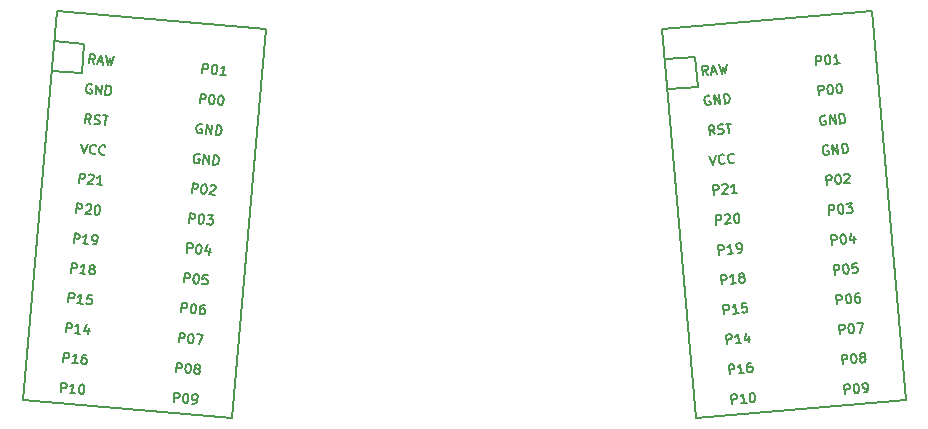
<source format=gbr>
%TF.GenerationSoftware,KiCad,Pcbnew,(5.1.9)-1*%
%TF.CreationDate,2021-06-30T20:34:52+02:00*%
%TF.ProjectId,dosidicus_gigas,646f7369-6469-4637-9573-5f6769676173,VERSION_HERE*%
%TF.SameCoordinates,Original*%
%TF.FileFunction,Legend,Top*%
%TF.FilePolarity,Positive*%
%FSLAX46Y46*%
G04 Gerber Fmt 4.6, Leading zero omitted, Abs format (unit mm)*
G04 Created by KiCad (PCBNEW (5.1.9)-1) date 2021-06-30 20:34:52*
%MOMM*%
%LPD*%
G01*
G04 APERTURE LIST*
%ADD10C,0.150000*%
G04 APERTURE END LIST*
D10*
%TO.C,C1*%
X97952458Y43469556D02*
X95074576Y10575207D01*
X95074576Y10575207D02*
X112786917Y9025578D01*
X112786917Y9025578D02*
X115664800Y41919927D01*
X115664800Y41919927D02*
X97952458Y43469556D01*
X100261417Y40717846D02*
X100040042Y38187512D01*
X100261417Y40717846D02*
X97731083Y40939222D01*
X100040042Y38187512D02*
X97509707Y38408887D01*
%TO.C,C2*%
X149211200Y41919927D02*
X152089083Y9025578D01*
X152089083Y9025578D02*
X169801424Y10575207D01*
X169801424Y10575207D02*
X166923542Y43469556D01*
X166923542Y43469556D02*
X149211200Y41919927D01*
X151962910Y39610968D02*
X152184286Y37080634D01*
X151962910Y39610968D02*
X149432576Y39389593D01*
X152184286Y37080634D02*
X149653951Y36859258D01*
%TO.C,C1*%
X101113009Y39005202D02*
X100880560Y39407946D01*
X100657606Y39045045D02*
X100727331Y39842000D01*
X101030933Y39815439D01*
X101103513Y39770848D01*
X101138143Y39729577D01*
X101169453Y39650357D01*
X101159493Y39536506D01*
X101114902Y39463926D01*
X101073631Y39429296D01*
X100994411Y39397986D01*
X100690808Y39424547D01*
X101436533Y39206342D02*
X101816036Y39173140D01*
X101340711Y38985281D02*
X101676088Y39758995D01*
X101872015Y38938798D01*
X102131491Y39719152D02*
X102251518Y38905596D01*
X102453122Y39461569D01*
X102555120Y38879034D01*
X102814596Y39659388D01*
X100901113Y37238854D02*
X100828533Y37283445D01*
X100714682Y37293405D01*
X100597511Y37265416D01*
X100514970Y37196156D01*
X100470380Y37123575D01*
X100419148Y36975094D01*
X100409188Y36861243D01*
X100433857Y36706122D01*
X100465167Y36626901D01*
X100534427Y36544360D01*
X100644958Y36496449D01*
X100720858Y36489809D01*
X100838029Y36517799D01*
X100879300Y36552429D01*
X100902541Y36818081D01*
X100750740Y36831362D01*
X101214212Y36446646D02*
X101283936Y37243602D01*
X101669615Y36406804D01*
X101739340Y37203759D01*
X102049118Y36373601D02*
X102118842Y37170557D01*
X102308594Y37153956D01*
X102419124Y37106045D01*
X102488384Y37023504D01*
X102519694Y36944283D01*
X102544364Y36789162D01*
X102534403Y36675311D01*
X102483172Y36526830D01*
X102438581Y36454250D01*
X102356040Y36384990D01*
X102238869Y36357000D01*
X102049118Y36373601D01*
X100784109Y33934572D02*
X100551660Y34337317D01*
X100328706Y33974415D02*
X100398431Y34771371D01*
X100702033Y34744809D01*
X100774613Y34700218D01*
X100809243Y34658948D01*
X100840553Y34579727D01*
X100830592Y34465876D01*
X100786002Y34393296D01*
X100744731Y34358666D01*
X100665510Y34327356D01*
X100361908Y34353918D01*
X101091032Y33945961D02*
X101201562Y33898050D01*
X101391314Y33881449D01*
X101470534Y33912759D01*
X101511805Y33947389D01*
X101556396Y34019969D01*
X101563036Y34095870D01*
X101531726Y34175090D01*
X101497096Y34216361D01*
X101424516Y34260952D01*
X101276035Y34312183D01*
X101203455Y34356774D01*
X101168825Y34398044D01*
X101137515Y34477265D01*
X101144155Y34553165D01*
X101188746Y34625746D01*
X101230016Y34660376D01*
X101309237Y34691686D01*
X101498989Y34675084D01*
X101609519Y34627174D01*
X101840541Y34645202D02*
X102295944Y34605360D01*
X101998518Y33828325D02*
X102068243Y34625281D01*
X100006278Y32255978D02*
X100202206Y31435780D01*
X100537582Y32209495D01*
X101195553Y31425355D02*
X101154283Y31390725D01*
X101037112Y31362736D01*
X100961211Y31369376D01*
X100850681Y31417287D01*
X100781420Y31499828D01*
X100750111Y31579049D01*
X100725441Y31734170D01*
X100735402Y31848021D01*
X100786633Y31996502D01*
X100831224Y32069082D01*
X100913765Y32138342D01*
X101030936Y32166332D01*
X101106836Y32159691D01*
X101217367Y32111781D01*
X101251997Y32070510D01*
X101992509Y31355631D02*
X101951238Y31321001D01*
X101834067Y31293011D01*
X101758167Y31299652D01*
X101647636Y31347562D01*
X101578376Y31430103D01*
X101547066Y31509324D01*
X101522397Y31664446D01*
X101532358Y31778296D01*
X101583589Y31926777D01*
X101628179Y31999358D01*
X101710720Y32068618D01*
X101827892Y32096607D01*
X101903792Y32089967D01*
X102014323Y32042056D01*
X102048953Y32000785D01*
X99810054Y28920386D02*
X99879779Y29717342D01*
X100183381Y29690780D01*
X100255962Y29646190D01*
X100290592Y29604919D01*
X100321901Y29525699D01*
X100311941Y29411848D01*
X100267350Y29339267D01*
X100226080Y29304637D01*
X100146859Y29273327D01*
X99843257Y29299889D01*
X100632144Y29575037D02*
X100673415Y29609667D01*
X100752635Y29640977D01*
X100942387Y29624376D01*
X101014967Y29579785D01*
X101049597Y29538515D01*
X101080907Y29459294D01*
X101074266Y29383394D01*
X101026356Y29272863D01*
X100531110Y28857302D01*
X101024463Y28814139D01*
X101783469Y28747735D02*
X101328065Y28787578D01*
X101555767Y28767656D02*
X101625492Y29564612D01*
X101539630Y29457402D01*
X101457089Y29388142D01*
X101377869Y29356832D01*
X99588678Y26390052D02*
X99658403Y27187008D01*
X99962005Y27160446D01*
X100034586Y27115856D01*
X100069216Y27074585D01*
X100100525Y26995365D01*
X100090565Y26881514D01*
X100045974Y26808933D01*
X100004704Y26774303D01*
X99925483Y26742993D01*
X99621881Y26769555D01*
X100410768Y27044703D02*
X100452039Y27079333D01*
X100531259Y27110643D01*
X100721011Y27094042D01*
X100793591Y27049451D01*
X100828221Y27008181D01*
X100859531Y26928960D01*
X100852890Y26853060D01*
X100804980Y26742529D01*
X100309734Y26326968D01*
X100803087Y26283805D01*
X101366165Y27037598D02*
X101442066Y27030958D01*
X101514646Y26986367D01*
X101549276Y26945097D01*
X101580586Y26865876D01*
X101605256Y26710755D01*
X101588654Y26521003D01*
X101537423Y26372522D01*
X101492833Y26299942D01*
X101451562Y26265312D01*
X101372341Y26234002D01*
X101296441Y26240643D01*
X101223860Y26285233D01*
X101189230Y26326504D01*
X101157921Y26405725D01*
X101133251Y26560846D01*
X101149852Y26750597D01*
X101201083Y26899078D01*
X101245674Y26971658D01*
X101286945Y27006289D01*
X101366165Y27037598D01*
X99367303Y23859717D02*
X99437028Y24656673D01*
X99740630Y24630111D01*
X99813211Y24585521D01*
X99847841Y24544250D01*
X99879150Y24465030D01*
X99869190Y24351179D01*
X99824599Y24278598D01*
X99783329Y24243968D01*
X99704108Y24212658D01*
X99400506Y24239220D01*
X100581712Y23753470D02*
X100126309Y23793313D01*
X100354011Y23773392D02*
X100423735Y24570348D01*
X100337874Y24463137D01*
X100255333Y24393877D01*
X100176112Y24362567D01*
X100961215Y23720268D02*
X101113016Y23706987D01*
X101192237Y23738297D01*
X101233507Y23772927D01*
X101319369Y23880138D01*
X101370600Y24028619D01*
X101397161Y24332221D01*
X101365852Y24411442D01*
X101331222Y24452712D01*
X101258641Y24497303D01*
X101106840Y24510584D01*
X101027619Y24479274D01*
X100986349Y24444644D01*
X100941758Y24372063D01*
X100925157Y24182312D01*
X100956467Y24103091D01*
X100991097Y24061821D01*
X101063677Y24017230D01*
X101215478Y24003949D01*
X101294699Y24035259D01*
X101335970Y24069889D01*
X101380560Y24142469D01*
X99145927Y21329383D02*
X99215652Y22126339D01*
X99519254Y22099777D01*
X99591835Y22055187D01*
X99626465Y22013916D01*
X99657774Y21934696D01*
X99647814Y21820845D01*
X99603223Y21748264D01*
X99561953Y21713634D01*
X99482732Y21682324D01*
X99179130Y21708886D01*
X100360336Y21223136D02*
X99904933Y21262979D01*
X100132635Y21243058D02*
X100202359Y22040014D01*
X100116498Y21932803D01*
X100033957Y21863543D01*
X99954736Y21832233D01*
X100855582Y21638697D02*
X100783002Y21683288D01*
X100748372Y21724558D01*
X100717062Y21803779D01*
X100720382Y21841729D01*
X100764973Y21914310D01*
X100806243Y21948940D01*
X100885464Y21980250D01*
X101037265Y21966969D01*
X101109846Y21922378D01*
X101144476Y21881108D01*
X101175785Y21801887D01*
X101172465Y21763936D01*
X101127874Y21691356D01*
X101086604Y21656726D01*
X101007383Y21625416D01*
X100855582Y21638697D01*
X100776361Y21607387D01*
X100735091Y21572757D01*
X100690500Y21500177D01*
X100677219Y21348376D01*
X100708529Y21269155D01*
X100743159Y21227885D01*
X100815739Y21183294D01*
X100967541Y21170013D01*
X101046761Y21201323D01*
X101088032Y21235953D01*
X101132623Y21308533D01*
X101145903Y21460334D01*
X101114594Y21539555D01*
X101079964Y21580826D01*
X101007383Y21625416D01*
X98924551Y18799048D02*
X98994276Y19596004D01*
X99297878Y19569442D01*
X99370459Y19524852D01*
X99405089Y19483581D01*
X99436398Y19404361D01*
X99426438Y19290510D01*
X99381847Y19217929D01*
X99340577Y19183299D01*
X99261356Y19151989D01*
X98957754Y19178551D01*
X100138960Y18692801D02*
X99683557Y18732644D01*
X99911259Y18712723D02*
X99980983Y19509679D01*
X99895122Y19402468D01*
X99812581Y19333208D01*
X99733360Y19301898D01*
X100929740Y19426673D02*
X100550237Y19459875D01*
X100479085Y19083693D01*
X100520355Y19118323D01*
X100599576Y19149633D01*
X100789327Y19133032D01*
X100861908Y19088441D01*
X100896538Y19047170D01*
X100927848Y18967950D01*
X100911247Y18778198D01*
X100866656Y18705618D01*
X100825385Y18670988D01*
X100746165Y18639678D01*
X100556413Y18656279D01*
X100483833Y18700870D01*
X100449203Y18742140D01*
X98703176Y16268714D02*
X98772901Y17065670D01*
X99076503Y17039108D01*
X99149084Y16994518D01*
X99183714Y16953247D01*
X99215023Y16874027D01*
X99205063Y16760176D01*
X99160472Y16687595D01*
X99119202Y16652965D01*
X99039981Y16621655D01*
X98736379Y16648217D01*
X99917585Y16162467D02*
X99462182Y16202310D01*
X99689884Y16182389D02*
X99759608Y16979345D01*
X99673747Y16872134D01*
X99591206Y16802874D01*
X99511985Y16771564D01*
X100647173Y16634007D02*
X100600690Y16102704D01*
X100483984Y16954211D02*
X100244429Y16401558D01*
X100737782Y16358395D01*
X98481800Y13738379D02*
X98551525Y14535335D01*
X98855127Y14508773D01*
X98927708Y14464183D01*
X98962338Y14422912D01*
X98993647Y14343692D01*
X98983687Y14229841D01*
X98939096Y14157260D01*
X98897826Y14122630D01*
X98818605Y14091320D01*
X98515003Y14117882D01*
X99696209Y13632132D02*
X99240806Y13671975D01*
X99468508Y13652054D02*
X99538232Y14449010D01*
X99452371Y14341799D01*
X99369830Y14272539D01*
X99290609Y14241229D01*
X100449039Y14369324D02*
X100297238Y14382605D01*
X100218017Y14351295D01*
X100176746Y14316665D01*
X100090885Y14209455D01*
X100039654Y14060974D01*
X100013092Y13757372D01*
X100044402Y13678151D01*
X100079032Y13636881D01*
X100151612Y13592290D01*
X100303414Y13579009D01*
X100382634Y13610319D01*
X100423905Y13644949D01*
X100468496Y13717529D01*
X100485097Y13907281D01*
X100453787Y13986501D01*
X100419157Y14027772D01*
X100346576Y14072363D01*
X100194775Y14085643D01*
X100115555Y14054334D01*
X100074284Y14019704D01*
X100029693Y13947123D01*
X98260425Y11208045D02*
X98330150Y12005001D01*
X98633752Y11978439D01*
X98706333Y11933849D01*
X98740963Y11892578D01*
X98772272Y11813358D01*
X98762312Y11699507D01*
X98717721Y11626926D01*
X98676451Y11592296D01*
X98597230Y11560986D01*
X98293628Y11587548D01*
X99474834Y11101798D02*
X99019431Y11141641D01*
X99247133Y11121720D02*
X99316857Y11918676D01*
X99230996Y11811465D01*
X99148455Y11742205D01*
X99069234Y11710895D01*
X100037912Y11855591D02*
X100113813Y11848951D01*
X100186393Y11804360D01*
X100221023Y11763090D01*
X100252333Y11683869D01*
X100277003Y11528748D01*
X100260401Y11338996D01*
X100209170Y11190515D01*
X100164580Y11117935D01*
X100123309Y11083305D01*
X100044088Y11051995D01*
X99968188Y11058636D01*
X99895607Y11103226D01*
X99860977Y11144497D01*
X99829668Y11223718D01*
X99804998Y11378839D01*
X99821599Y11568590D01*
X99872830Y11717071D01*
X99917421Y11789651D01*
X99958692Y11824282D01*
X100037912Y11855591D01*
X110259025Y38205029D02*
X110328750Y39001985D01*
X110632352Y38975423D01*
X110704933Y38930833D01*
X110739563Y38889562D01*
X110770872Y38810342D01*
X110760912Y38696491D01*
X110716321Y38623910D01*
X110675051Y38589280D01*
X110595830Y38557970D01*
X110292228Y38584532D01*
X111277507Y38918980D02*
X111353407Y38912339D01*
X111425988Y38867749D01*
X111460618Y38826478D01*
X111491928Y38747257D01*
X111516597Y38592136D01*
X111499996Y38402385D01*
X111448765Y38253904D01*
X111404174Y38181323D01*
X111362904Y38146693D01*
X111283683Y38115384D01*
X111207782Y38122024D01*
X111135202Y38166615D01*
X111100572Y38207885D01*
X111069262Y38287106D01*
X111044593Y38442227D01*
X111061194Y38631979D01*
X111112425Y38780460D01*
X111157016Y38853040D01*
X111198286Y38887670D01*
X111277507Y38918980D01*
X112232440Y38032378D02*
X111777036Y38072221D01*
X112004738Y38052299D02*
X112074463Y38849255D01*
X111988601Y38742045D01*
X111906060Y38672785D01*
X111826840Y38641475D01*
X110037650Y35674695D02*
X110107375Y36471651D01*
X110410977Y36445089D01*
X110483558Y36400499D01*
X110518188Y36359228D01*
X110549497Y36280008D01*
X110539537Y36166157D01*
X110494946Y36093576D01*
X110453676Y36058946D01*
X110374455Y36027636D01*
X110070853Y36054198D01*
X111056132Y36388646D02*
X111132032Y36382005D01*
X111204613Y36337415D01*
X111239243Y36296144D01*
X111270553Y36216923D01*
X111295222Y36061802D01*
X111278621Y35872051D01*
X111227390Y35723570D01*
X111182799Y35650989D01*
X111141529Y35616359D01*
X111062308Y35585050D01*
X110986407Y35591690D01*
X110913827Y35636281D01*
X110879197Y35677551D01*
X110847887Y35756772D01*
X110823218Y35911893D01*
X110839819Y36101645D01*
X110891050Y36250126D01*
X110935641Y36322706D01*
X110976911Y36357336D01*
X111056132Y36388646D01*
X111815137Y36322241D02*
X111891038Y36315601D01*
X111963618Y36271010D01*
X111998248Y36229740D01*
X112029558Y36150519D01*
X112054228Y35995398D01*
X112037626Y35805646D01*
X111986395Y35657165D01*
X111941805Y35584585D01*
X111900534Y35549955D01*
X111821313Y35518645D01*
X111745413Y35525286D01*
X111672832Y35569876D01*
X111638202Y35611147D01*
X111606893Y35690368D01*
X111582223Y35845489D01*
X111598824Y36035240D01*
X111650055Y36183721D01*
X111694646Y36256301D01*
X111735917Y36290932D01*
X111815137Y36322241D01*
X110243206Y33871824D02*
X110170626Y33916415D01*
X110056775Y33926375D01*
X109939604Y33898386D01*
X109857063Y33829126D01*
X109812473Y33756545D01*
X109761241Y33608064D01*
X109751281Y33494213D01*
X109775950Y33339092D01*
X109807260Y33259871D01*
X109876520Y33177330D01*
X109987051Y33129419D01*
X110062951Y33122779D01*
X110180122Y33150769D01*
X110221393Y33185399D01*
X110244634Y33451051D01*
X110092833Y33464332D01*
X110556305Y33079616D02*
X110626029Y33876572D01*
X111011708Y33039774D01*
X111081433Y33836729D01*
X111391211Y33006571D02*
X111460935Y33803527D01*
X111650687Y33786926D01*
X111761217Y33739015D01*
X111830477Y33656474D01*
X111861787Y33577253D01*
X111886457Y33422132D01*
X111876496Y33308281D01*
X111825265Y33159800D01*
X111780674Y33087220D01*
X111698133Y33017960D01*
X111580962Y32989970D01*
X111391211Y33006571D01*
X110021831Y31341490D02*
X109949251Y31386081D01*
X109835400Y31396041D01*
X109718229Y31368052D01*
X109635688Y31298792D01*
X109591098Y31226211D01*
X109539866Y31077730D01*
X109529906Y30963879D01*
X109554575Y30808758D01*
X109585885Y30729537D01*
X109655145Y30646996D01*
X109765676Y30599085D01*
X109841576Y30592445D01*
X109958747Y30620435D01*
X110000018Y30655065D01*
X110023259Y30920717D01*
X109871458Y30933998D01*
X110334930Y30549282D02*
X110404654Y31346238D01*
X110790333Y30509440D01*
X110860058Y31306395D01*
X111169836Y30476237D02*
X111239560Y31273193D01*
X111429312Y31256592D01*
X111539842Y31208681D01*
X111609102Y31126140D01*
X111640412Y31046919D01*
X111665082Y30891798D01*
X111655121Y30777947D01*
X111603890Y30629466D01*
X111559299Y30556886D01*
X111476758Y30487626D01*
X111359587Y30459636D01*
X111169836Y30476237D01*
X109373523Y28083691D02*
X109443248Y28880647D01*
X109746850Y28854085D01*
X109819431Y28809495D01*
X109854061Y28768224D01*
X109885370Y28689004D01*
X109875410Y28575153D01*
X109830819Y28502572D01*
X109789549Y28467942D01*
X109710328Y28436632D01*
X109406726Y28463194D01*
X110392005Y28797642D02*
X110467905Y28791001D01*
X110540486Y28746411D01*
X110575116Y28705140D01*
X110606426Y28625919D01*
X110631095Y28470798D01*
X110614494Y28281047D01*
X110563263Y28132566D01*
X110518672Y28059985D01*
X110477402Y28025355D01*
X110398181Y27994046D01*
X110322280Y28000686D01*
X110249700Y28045277D01*
X110215070Y28086547D01*
X110183760Y28165768D01*
X110159091Y28320889D01*
X110175692Y28510641D01*
X110226923Y28659122D01*
X110271514Y28731702D01*
X110312784Y28766332D01*
X110392005Y28797642D01*
X110954619Y28671938D02*
X110995889Y28706568D01*
X111075110Y28737878D01*
X111264861Y28721277D01*
X111337442Y28676686D01*
X111372072Y28635416D01*
X111403381Y28556195D01*
X111396741Y28480294D01*
X111348830Y28369764D01*
X110853584Y27954203D01*
X111346938Y27911040D01*
X109152147Y25553357D02*
X109221872Y26350313D01*
X109525474Y26323751D01*
X109598055Y26279161D01*
X109632685Y26237890D01*
X109663994Y26158670D01*
X109654034Y26044819D01*
X109609443Y25972238D01*
X109568173Y25937608D01*
X109488952Y25906298D01*
X109185350Y25932860D01*
X110170629Y26267308D02*
X110246529Y26260667D01*
X110319110Y26216077D01*
X110353740Y26174806D01*
X110385050Y26095585D01*
X110409719Y25940464D01*
X110393118Y25750713D01*
X110341887Y25602232D01*
X110297296Y25529651D01*
X110256026Y25495021D01*
X110176805Y25463712D01*
X110100904Y25470352D01*
X110028324Y25514943D01*
X109993694Y25556213D01*
X109962384Y25635434D01*
X109937715Y25790555D01*
X109954316Y25980307D01*
X110005547Y26128788D01*
X110050138Y26201368D01*
X110091408Y26235998D01*
X110170629Y26267308D01*
X110701933Y26220825D02*
X111195286Y26177662D01*
X110903073Y25897301D01*
X111016923Y25887341D01*
X111089504Y25842750D01*
X111124134Y25801479D01*
X111155444Y25722259D01*
X111138843Y25532507D01*
X111094252Y25459927D01*
X111052981Y25425297D01*
X110973761Y25393987D01*
X110746059Y25413908D01*
X110673479Y25458499D01*
X110638849Y25499769D01*
X108930772Y23023022D02*
X109000497Y23819978D01*
X109304099Y23793416D01*
X109376680Y23748826D01*
X109411310Y23707555D01*
X109442619Y23628335D01*
X109432659Y23514484D01*
X109388068Y23441903D01*
X109346798Y23407273D01*
X109267577Y23375963D01*
X108963975Y23402525D01*
X109949254Y23736973D02*
X110025154Y23730332D01*
X110097735Y23685742D01*
X110132365Y23644471D01*
X110163675Y23565250D01*
X110188344Y23410129D01*
X110171743Y23220378D01*
X110120512Y23071897D01*
X110075921Y22999316D01*
X110034651Y22964686D01*
X109955430Y22933377D01*
X109879529Y22940017D01*
X109806949Y22984608D01*
X109772319Y23025878D01*
X109741009Y23105099D01*
X109716340Y23260220D01*
X109732941Y23449972D01*
X109784172Y23598453D01*
X109828763Y23671033D01*
X109870033Y23705663D01*
X109949254Y23736973D01*
X110874769Y23388315D02*
X110828286Y22857012D01*
X110711580Y23708519D02*
X110472025Y23155866D01*
X110965378Y23112703D01*
X108709396Y20492688D02*
X108779121Y21289644D01*
X109082723Y21263082D01*
X109155304Y21218492D01*
X109189934Y21177221D01*
X109221243Y21098001D01*
X109211283Y20984150D01*
X109166692Y20911569D01*
X109125422Y20876939D01*
X109046201Y20845629D01*
X108742599Y20872191D01*
X109727878Y21206639D02*
X109803778Y21199998D01*
X109876359Y21155408D01*
X109910989Y21114137D01*
X109942299Y21034916D01*
X109966968Y20879795D01*
X109950367Y20690044D01*
X109899136Y20541563D01*
X109854545Y20468982D01*
X109813275Y20434352D01*
X109734054Y20403043D01*
X109658153Y20409683D01*
X109585573Y20454274D01*
X109550943Y20495544D01*
X109519633Y20574765D01*
X109494964Y20729886D01*
X109511565Y20919638D01*
X109562796Y21068119D01*
X109607387Y21140699D01*
X109648657Y21175329D01*
X109727878Y21206639D01*
X110714585Y21120313D02*
X110335082Y21153515D01*
X110263930Y20777333D01*
X110305200Y20811963D01*
X110384421Y20843273D01*
X110574172Y20826672D01*
X110646753Y20782081D01*
X110681383Y20740810D01*
X110712693Y20661590D01*
X110696092Y20471838D01*
X110651501Y20399258D01*
X110610230Y20364628D01*
X110531010Y20333318D01*
X110341258Y20349919D01*
X110268678Y20394510D01*
X110234048Y20435780D01*
X108488021Y17962353D02*
X108557746Y18759309D01*
X108861348Y18732747D01*
X108933929Y18688157D01*
X108968559Y18646886D01*
X108999868Y18567666D01*
X108989908Y18453815D01*
X108945317Y18381234D01*
X108904047Y18346604D01*
X108824826Y18315294D01*
X108521224Y18341856D01*
X109506503Y18676304D02*
X109582403Y18669663D01*
X109654984Y18625073D01*
X109689614Y18583802D01*
X109720924Y18504581D01*
X109745593Y18349460D01*
X109728992Y18159709D01*
X109677761Y18011228D01*
X109633170Y17938647D01*
X109591900Y17904017D01*
X109512679Y17872708D01*
X109436778Y17879348D01*
X109364198Y17923939D01*
X109329568Y17965209D01*
X109298258Y18044430D01*
X109273589Y18199551D01*
X109290190Y18389303D01*
X109341421Y18537784D01*
X109386012Y18610364D01*
X109427282Y18644994D01*
X109506503Y18676304D01*
X110455260Y18593298D02*
X110303459Y18606579D01*
X110224238Y18575269D01*
X110182967Y18540639D01*
X110097106Y18433429D01*
X110045875Y18284948D01*
X110019313Y17981346D01*
X110050623Y17902125D01*
X110085253Y17860855D01*
X110157833Y17816264D01*
X110309635Y17802983D01*
X110388855Y17834293D01*
X110430126Y17868923D01*
X110474717Y17941503D01*
X110491318Y18131255D01*
X110460008Y18210475D01*
X110425378Y18251746D01*
X110352797Y18296337D01*
X110200996Y18309617D01*
X110121776Y18278308D01*
X110080505Y18243678D01*
X110035914Y18171097D01*
X108266645Y15432019D02*
X108336370Y16228975D01*
X108639972Y16202413D01*
X108712553Y16157823D01*
X108747183Y16116552D01*
X108778492Y16037332D01*
X108768532Y15923481D01*
X108723941Y15850900D01*
X108682671Y15816270D01*
X108603450Y15784960D01*
X108299848Y15811522D01*
X109285127Y16145970D02*
X109361027Y16139329D01*
X109433608Y16094739D01*
X109468238Y16053468D01*
X109499548Y15974247D01*
X109524217Y15819126D01*
X109507616Y15629375D01*
X109456385Y15480894D01*
X109411794Y15408313D01*
X109370524Y15373683D01*
X109291303Y15342374D01*
X109215402Y15349014D01*
X109142822Y15393605D01*
X109108192Y15434875D01*
X109076882Y15514096D01*
X109052213Y15669217D01*
X109068814Y15858969D01*
X109120045Y16007450D01*
X109164636Y16080030D01*
X109205906Y16114660D01*
X109285127Y16145970D01*
X109816431Y16099487D02*
X110347735Y16053004D01*
X109936457Y15285930D01*
X108045269Y12901684D02*
X108114994Y13698640D01*
X108418596Y13672078D01*
X108491177Y13627488D01*
X108525807Y13586217D01*
X108557116Y13506997D01*
X108547156Y13393146D01*
X108502565Y13320565D01*
X108461295Y13285935D01*
X108382074Y13254625D01*
X108078472Y13281187D01*
X109063751Y13615635D02*
X109139651Y13608994D01*
X109212232Y13564404D01*
X109246862Y13523133D01*
X109278172Y13443912D01*
X109302841Y13288791D01*
X109286240Y13099040D01*
X109235009Y12950559D01*
X109190418Y12877978D01*
X109149148Y12843348D01*
X109069927Y12812039D01*
X108994026Y12818679D01*
X108921446Y12863270D01*
X108886816Y12904540D01*
X108855506Y12983761D01*
X108830837Y13138882D01*
X108847438Y13328634D01*
X108898669Y13477115D01*
X108943260Y13549695D01*
X108984530Y13584325D01*
X109063751Y13615635D01*
X109754924Y13210998D02*
X109682344Y13255589D01*
X109647714Y13296859D01*
X109616404Y13376080D01*
X109619724Y13414030D01*
X109664315Y13486611D01*
X109705585Y13521241D01*
X109784806Y13552551D01*
X109936607Y13539270D01*
X110009188Y13494679D01*
X110043818Y13453409D01*
X110075127Y13374188D01*
X110071807Y13336237D01*
X110027216Y13263657D01*
X109985946Y13229027D01*
X109906725Y13197717D01*
X109754924Y13210998D01*
X109675703Y13179688D01*
X109634433Y13145058D01*
X109589842Y13072478D01*
X109576561Y12920677D01*
X109607871Y12841456D01*
X109642501Y12800186D01*
X109715081Y12755595D01*
X109866883Y12742314D01*
X109946103Y12773624D01*
X109987374Y12808254D01*
X110031965Y12880834D01*
X110045245Y13032635D01*
X110013936Y13111856D01*
X109979306Y13153127D01*
X109906725Y13197717D01*
X107823894Y10371350D02*
X107893619Y11168306D01*
X108197221Y11141744D01*
X108269802Y11097154D01*
X108304432Y11055883D01*
X108335741Y10976663D01*
X108325781Y10862812D01*
X108281190Y10790231D01*
X108239920Y10755601D01*
X108160699Y10724291D01*
X107857097Y10750853D01*
X108842376Y11085301D02*
X108918276Y11078660D01*
X108990857Y11034070D01*
X109025487Y10992799D01*
X109056797Y10913578D01*
X109081466Y10758457D01*
X109064865Y10568706D01*
X109013634Y10420225D01*
X108969043Y10347644D01*
X108927773Y10313014D01*
X108848552Y10281705D01*
X108772651Y10288345D01*
X108700071Y10332936D01*
X108665441Y10374206D01*
X108634131Y10453427D01*
X108609462Y10608548D01*
X108626063Y10798300D01*
X108677294Y10946781D01*
X108721885Y11019361D01*
X108763155Y11053991D01*
X108842376Y11085301D01*
X109417806Y10231901D02*
X109569607Y10218620D01*
X109648828Y10249930D01*
X109690098Y10284560D01*
X109775960Y10391771D01*
X109827191Y10540252D01*
X109853752Y10843854D01*
X109822443Y10923075D01*
X109787813Y10964345D01*
X109715232Y11008936D01*
X109563431Y11022217D01*
X109484210Y10990907D01*
X109442940Y10956277D01*
X109398349Y10883696D01*
X109381748Y10693945D01*
X109413058Y10614724D01*
X109447688Y10573454D01*
X109520268Y10528863D01*
X109672069Y10515582D01*
X109751290Y10546892D01*
X109792561Y10581522D01*
X109837151Y10654102D01*
%TO.C,C2*%
X153098963Y38072221D02*
X152800108Y38428482D01*
X152643559Y38032378D02*
X152573835Y38829334D01*
X152877437Y38855896D01*
X152956658Y38824586D01*
X152997928Y38789956D01*
X153042519Y38717375D01*
X153052480Y38603525D01*
X153021170Y38524304D01*
X152986540Y38483033D01*
X152913959Y38438443D01*
X152610357Y38411881D01*
X153382643Y38326484D02*
X153762146Y38359686D01*
X153326664Y38092142D02*
X153522592Y38912339D01*
X153857968Y38138625D01*
X153977995Y38952182D02*
X154237471Y38171827D01*
X154339469Y38754362D01*
X154541073Y38198389D01*
X154661100Y39011946D01*
X153197008Y36295912D02*
X153117787Y36327222D01*
X153003936Y36317261D01*
X152893406Y36269350D01*
X152824146Y36186809D01*
X152792836Y36107588D01*
X152768166Y35952467D01*
X152778127Y35838616D01*
X152829358Y35690135D01*
X152873949Y35617555D01*
X152956490Y35548295D01*
X153073661Y35520305D01*
X153149561Y35526946D01*
X153260092Y35574857D01*
X153294722Y35616127D01*
X153271480Y35881779D01*
X153119679Y35868498D01*
X153642915Y35570109D02*
X153573190Y36367064D01*
X154098318Y35609951D01*
X154028594Y36406907D01*
X154477821Y35643153D02*
X154408096Y36440109D01*
X154597848Y36456710D01*
X154715019Y36428721D01*
X154797560Y36359461D01*
X154842150Y36286880D01*
X154893382Y36138399D01*
X154903342Y36024548D01*
X154878673Y35869427D01*
X154847363Y35790206D01*
X154778103Y35707665D01*
X154667572Y35659754D01*
X154477821Y35643153D01*
X153655564Y33021512D02*
X153356710Y33377774D01*
X153200161Y32981670D02*
X153130437Y33778626D01*
X153434039Y33805187D01*
X153513260Y33773877D01*
X153554530Y33739247D01*
X153599121Y33666667D01*
X153609081Y33552816D01*
X153577772Y33473595D01*
X153543141Y33432325D01*
X153470561Y33387734D01*
X153166959Y33361172D01*
X153955846Y33086024D02*
X154073017Y33058035D01*
X154262769Y33074636D01*
X154335349Y33119227D01*
X154369979Y33160497D01*
X154401289Y33239718D01*
X154394649Y33315618D01*
X154350058Y33388199D01*
X154308787Y33422829D01*
X154229567Y33454139D01*
X154074445Y33478808D01*
X153995225Y33510118D01*
X153953954Y33544748D01*
X153909363Y33617328D01*
X153902723Y33693229D01*
X153934033Y33772450D01*
X153968663Y33813720D01*
X154041243Y33858311D01*
X154230994Y33874912D01*
X154348166Y33846922D01*
X154572547Y33904794D02*
X155027950Y33944636D01*
X154869973Y33127759D02*
X154800249Y33924715D01*
X153181035Y31233351D02*
X153516412Y30459636D01*
X153712339Y31279834D01*
X154496479Y30621863D02*
X154461848Y30580592D01*
X154351318Y30532681D01*
X154275417Y30526041D01*
X154158246Y30554030D01*
X154075705Y30623290D01*
X154031115Y30695871D01*
X153979883Y30844352D01*
X153969923Y30958202D01*
X153994592Y31113324D01*
X154025902Y31192545D01*
X154095162Y31275086D01*
X154205693Y31322996D01*
X154281593Y31329637D01*
X154398764Y31301647D01*
X154440035Y31267017D01*
X155293434Y30691587D02*
X155258804Y30650317D01*
X155148274Y30602406D01*
X155072373Y30595765D01*
X154955202Y30623755D01*
X154872661Y30693015D01*
X154828070Y30765595D01*
X154776839Y30914076D01*
X154766879Y31027927D01*
X154791548Y31183048D01*
X154822858Y31262269D01*
X154892118Y31344810D01*
X155002648Y31392721D01*
X155078549Y31399361D01*
X155195720Y31371372D01*
X155236991Y31336742D01*
X153567012Y27914360D02*
X153497287Y28711316D01*
X153800889Y28737878D01*
X153880110Y28706568D01*
X153921380Y28671938D01*
X153965971Y28599358D01*
X153975932Y28485507D01*
X153944622Y28406286D01*
X153909992Y28365016D01*
X153837412Y28320425D01*
X153533809Y28293863D01*
X154262933Y28701820D02*
X154297563Y28743090D01*
X154370143Y28787681D01*
X154559895Y28804282D01*
X154639115Y28772972D01*
X154680386Y28738342D01*
X154724977Y28665762D01*
X154731617Y28589861D01*
X154703627Y28472690D01*
X154288067Y27977444D01*
X154781420Y28020607D01*
X155540426Y28087012D02*
X155085023Y28047169D01*
X155312724Y28067090D02*
X155243000Y28864046D01*
X155177060Y28743555D01*
X155107800Y28661014D01*
X155035219Y28616423D01*
X153788388Y25384026D02*
X153718663Y26180982D01*
X154022265Y26207544D01*
X154101486Y26176234D01*
X154142756Y26141604D01*
X154187347Y26069024D01*
X154197308Y25955173D01*
X154165998Y25875952D01*
X154131368Y25834682D01*
X154058788Y25790091D01*
X153755185Y25763529D01*
X154484309Y26171486D02*
X154518939Y26212756D01*
X154591519Y26257347D01*
X154781271Y26273948D01*
X154860491Y26242638D01*
X154901762Y26208008D01*
X154946353Y26135428D01*
X154952993Y26059527D01*
X154925003Y25942356D01*
X154509443Y25447110D01*
X155002796Y25490273D01*
X155426425Y26330392D02*
X155502326Y26337032D01*
X155581547Y26305723D01*
X155622817Y26271092D01*
X155667408Y26198512D01*
X155718639Y26050031D01*
X155735240Y25860280D01*
X155710571Y25705159D01*
X155679261Y25625938D01*
X155644631Y25584667D01*
X155572050Y25540077D01*
X155496150Y25533436D01*
X155416929Y25564746D01*
X155375659Y25599376D01*
X155331068Y25671956D01*
X155279837Y25820437D01*
X155263236Y26010189D01*
X155287905Y26165310D01*
X155319215Y26244531D01*
X155353845Y26285801D01*
X155426425Y26330392D01*
X154009763Y22853691D02*
X153940038Y23650647D01*
X154243640Y23677209D01*
X154322861Y23645899D01*
X154364131Y23611269D01*
X154408722Y23538689D01*
X154418683Y23424838D01*
X154387373Y23345617D01*
X154352743Y23304347D01*
X154280163Y23259756D01*
X153976560Y23233194D01*
X155224171Y22959938D02*
X154768768Y22920096D01*
X154996470Y22940017D02*
X154926745Y23736973D01*
X154860805Y23616482D01*
X154791545Y23533941D01*
X154718965Y23489350D01*
X155603674Y22993141D02*
X155755475Y23006421D01*
X155828056Y23051012D01*
X155862686Y23092283D01*
X155928625Y23212774D01*
X155953295Y23367895D01*
X155926733Y23671497D01*
X155882142Y23744078D01*
X155840872Y23778708D01*
X155761651Y23810018D01*
X155609850Y23796737D01*
X155537270Y23752146D01*
X155502640Y23710875D01*
X155471330Y23631655D01*
X155487931Y23441903D01*
X155532522Y23369323D01*
X155573792Y23334693D01*
X155653013Y23303383D01*
X155804814Y23316664D01*
X155877394Y23361255D01*
X155912024Y23402525D01*
X155943334Y23481746D01*
X154231139Y20323357D02*
X154161414Y21120313D01*
X154465016Y21146875D01*
X154544237Y21115565D01*
X154585507Y21080935D01*
X154630098Y21008355D01*
X154640059Y20894504D01*
X154608749Y20815283D01*
X154574119Y20774013D01*
X154501539Y20729422D01*
X154197936Y20702860D01*
X155445547Y20429604D02*
X154990144Y20389762D01*
X155217846Y20409683D02*
X155148121Y21206639D01*
X155082181Y21086148D01*
X155012921Y21003607D01*
X154940341Y20959016D01*
X155861108Y20924850D02*
X155781887Y20956160D01*
X155740617Y20990790D01*
X155696026Y21063370D01*
X155692706Y21101321D01*
X155724016Y21180541D01*
X155758646Y21221812D01*
X155831226Y21266403D01*
X155983027Y21279684D01*
X156062248Y21248374D01*
X156103518Y21213744D01*
X156148109Y21141163D01*
X156151429Y21103213D01*
X156120120Y21023992D01*
X156085489Y20982722D01*
X156012909Y20938131D01*
X155861108Y20924850D01*
X155788528Y20880260D01*
X155753898Y20838989D01*
X155722588Y20759768D01*
X155735869Y20607967D01*
X155780459Y20535387D01*
X155821730Y20500757D01*
X155900951Y20469447D01*
X156052752Y20482728D01*
X156125332Y20527319D01*
X156159962Y20568589D01*
X156191272Y20647810D01*
X156177991Y20799611D01*
X156133400Y20872191D01*
X156092130Y20906821D01*
X156012909Y20938131D01*
X154452514Y17793022D02*
X154382789Y18589978D01*
X154686391Y18616540D01*
X154765612Y18585230D01*
X154806882Y18550600D01*
X154851473Y18478020D01*
X154861434Y18364169D01*
X154830124Y18284948D01*
X154795494Y18243678D01*
X154722914Y18199087D01*
X154419311Y18172525D01*
X155666922Y17899269D02*
X155211519Y17859427D01*
X155439221Y17879348D02*
X155369496Y18676304D01*
X155303556Y18555813D01*
X155234296Y18473272D01*
X155161716Y18428681D01*
X156318253Y18759309D02*
X155938750Y18726107D01*
X155934002Y18343284D01*
X155968632Y18384555D01*
X156041213Y18429145D01*
X156230964Y18445746D01*
X156310185Y18414437D01*
X156351455Y18379806D01*
X156396046Y18307226D01*
X156412647Y18117475D01*
X156381337Y18038254D01*
X156346707Y17996984D01*
X156274127Y17952393D01*
X156084375Y17935792D01*
X156005155Y17967102D01*
X155963884Y18001732D01*
X154673890Y15262688D02*
X154604165Y16059644D01*
X154907767Y16086206D01*
X154986988Y16054896D01*
X155028258Y16020266D01*
X155072849Y15947686D01*
X155082810Y15833835D01*
X155051500Y15754614D01*
X155016870Y15713344D01*
X154944290Y15668753D01*
X154640687Y15642191D01*
X155888298Y15368935D02*
X155432895Y15329093D01*
X155660597Y15349014D02*
X155590872Y16145970D01*
X155524932Y16025479D01*
X155455672Y15942938D01*
X155383092Y15898347D01*
X156524920Y15960003D02*
X156571403Y15428699D01*
X156308607Y16247004D02*
X156168659Y15661149D01*
X156662013Y15704312D01*
X154895266Y12732353D02*
X154825541Y13529309D01*
X155129143Y13555871D01*
X155208364Y13524561D01*
X155249634Y13489931D01*
X155294225Y13417351D01*
X155304186Y13303500D01*
X155272876Y13224279D01*
X155238246Y13183009D01*
X155165666Y13138418D01*
X154862063Y13111856D01*
X156109674Y12838600D02*
X155654271Y12798758D01*
X155881973Y12818679D02*
X155812248Y13615635D01*
X155746308Y13495144D01*
X155677048Y13412603D01*
X155604468Y13368012D01*
X156723055Y13695320D02*
X156571254Y13682039D01*
X156498673Y13637448D01*
X156464043Y13596178D01*
X156398103Y13475687D01*
X156373434Y13320565D01*
X156399996Y13016963D01*
X156444586Y12944383D01*
X156485857Y12909753D01*
X156565078Y12878443D01*
X156716879Y12891724D01*
X156789459Y12936315D01*
X156824089Y12977585D01*
X156855399Y13056806D01*
X156838798Y13246557D01*
X156794207Y13319137D01*
X156752937Y13353768D01*
X156673716Y13385077D01*
X156521915Y13371797D01*
X156449334Y13327206D01*
X156414704Y13285935D01*
X156383395Y13206715D01*
X155116641Y10202019D02*
X155046916Y10998975D01*
X155350518Y11025537D01*
X155429739Y10994227D01*
X155471009Y10959597D01*
X155515600Y10887017D01*
X155525561Y10773166D01*
X155494251Y10693945D01*
X155459621Y10652675D01*
X155387041Y10608084D01*
X155083438Y10581522D01*
X156331049Y10308266D02*
X155875646Y10268424D01*
X156103348Y10288345D02*
X156033623Y11085301D01*
X155967683Y10964810D01*
X155898423Y10882269D01*
X155825843Y10837678D01*
X156754678Y11148385D02*
X156830579Y11155025D01*
X156909800Y11123716D01*
X156951070Y11089085D01*
X156995661Y11016505D01*
X157046892Y10868024D01*
X157063493Y10678273D01*
X157038824Y10523152D01*
X157007514Y10443931D01*
X156972884Y10402660D01*
X156900303Y10358070D01*
X156824403Y10351429D01*
X156745182Y10382739D01*
X156703912Y10417369D01*
X156659321Y10489949D01*
X156608090Y10638430D01*
X156591489Y10828182D01*
X156616158Y10983303D01*
X156647468Y11062524D01*
X156682098Y11103794D01*
X156754678Y11148385D01*
X162244979Y38872393D02*
X162175254Y39669349D01*
X162478856Y39695911D01*
X162558077Y39664601D01*
X162599347Y39629971D01*
X162643938Y39557391D01*
X162653899Y39443540D01*
X162622589Y39364319D01*
X162587959Y39323049D01*
X162515379Y39278458D01*
X162211776Y39251896D01*
X163124011Y39752355D02*
X163199911Y39758995D01*
X163279132Y39727685D01*
X163320403Y39693055D01*
X163364993Y39620475D01*
X163416225Y39471994D01*
X163432826Y39282243D01*
X163408156Y39127121D01*
X163376846Y39047900D01*
X163342216Y39006630D01*
X163269636Y38962039D01*
X163193735Y38955399D01*
X163114515Y38986709D01*
X163073244Y39021339D01*
X163028653Y39093919D01*
X162977422Y39242400D01*
X162960821Y39432151D01*
X162985491Y39587273D01*
X163016800Y39666493D01*
X163051431Y39707764D01*
X163124011Y39752355D01*
X164218393Y39045045D02*
X163762990Y39005202D01*
X163990691Y39025123D02*
X163920967Y39822079D01*
X163855027Y39701588D01*
X163785767Y39619047D01*
X163713186Y39574456D01*
X162466354Y36342059D02*
X162396629Y37139015D01*
X162700231Y37165577D01*
X162779452Y37134267D01*
X162820722Y37099637D01*
X162865313Y37027057D01*
X162875274Y36913206D01*
X162843964Y36833985D01*
X162809334Y36792715D01*
X162736754Y36748124D01*
X162433151Y36721562D01*
X163345386Y37222021D02*
X163421286Y37228661D01*
X163500507Y37197351D01*
X163541778Y37162721D01*
X163586368Y37090141D01*
X163637600Y36941660D01*
X163654201Y36751909D01*
X163629531Y36596787D01*
X163598221Y36517566D01*
X163563591Y36476296D01*
X163491011Y36431705D01*
X163415110Y36425065D01*
X163335890Y36456375D01*
X163294619Y36491005D01*
X163250028Y36563585D01*
X163198797Y36712066D01*
X163182196Y36901817D01*
X163206866Y37056939D01*
X163238175Y37136159D01*
X163272806Y37177430D01*
X163345386Y37222021D01*
X164104391Y37288425D02*
X164180292Y37295065D01*
X164259513Y37263756D01*
X164300783Y37229125D01*
X164345374Y37156545D01*
X164396605Y37008064D01*
X164413206Y36818313D01*
X164388537Y36663192D01*
X164357227Y36583971D01*
X164322597Y36542700D01*
X164250016Y36498110D01*
X164174116Y36491469D01*
X164094895Y36522779D01*
X164053625Y36557409D01*
X164009034Y36629989D01*
X163957803Y36778470D01*
X163941202Y36968222D01*
X163965871Y37123343D01*
X163997181Y37202564D01*
X164031811Y37243834D01*
X164104391Y37288425D01*
X162981853Y34602272D02*
X162902632Y34633582D01*
X162788781Y34623621D01*
X162678251Y34575710D01*
X162608991Y34493169D01*
X162577681Y34413948D01*
X162553011Y34258827D01*
X162562972Y34144976D01*
X162614203Y33996495D01*
X162658794Y33923915D01*
X162741335Y33854655D01*
X162858506Y33826665D01*
X162934406Y33833306D01*
X163044937Y33881217D01*
X163079567Y33922487D01*
X163056325Y34188139D01*
X162904524Y34174858D01*
X163427760Y33876469D02*
X163358035Y34673424D01*
X163883163Y33916311D01*
X163813439Y34713267D01*
X164262666Y33949513D02*
X164192941Y34746469D01*
X164382693Y34763070D01*
X164499864Y34735081D01*
X164582405Y34665821D01*
X164626995Y34593240D01*
X164678227Y34444759D01*
X164688187Y34330908D01*
X164663518Y34175787D01*
X164632208Y34096566D01*
X164562948Y34014025D01*
X164452417Y33966114D01*
X164262666Y33949513D01*
X163203229Y32071938D02*
X163124008Y32103248D01*
X163010157Y32093287D01*
X162899627Y32045376D01*
X162830367Y31962835D01*
X162799057Y31883614D01*
X162774387Y31728493D01*
X162784348Y31614642D01*
X162835579Y31466161D01*
X162880170Y31393581D01*
X162962711Y31324321D01*
X163079882Y31296331D01*
X163155782Y31302972D01*
X163266313Y31350883D01*
X163300943Y31392153D01*
X163277701Y31657805D01*
X163125900Y31644524D01*
X163649136Y31346135D02*
X163579411Y32143090D01*
X164104539Y31385977D01*
X164034815Y32182933D01*
X164484042Y31419179D02*
X164414317Y32216135D01*
X164604069Y32232736D01*
X164721240Y32204747D01*
X164803781Y32135487D01*
X164848371Y32062906D01*
X164899603Y31914425D01*
X164909563Y31800574D01*
X164884894Y31645453D01*
X164853584Y31566232D01*
X164784324Y31483691D01*
X164673793Y31435780D01*
X164484042Y31419179D01*
X163130481Y28751055D02*
X163060756Y29548011D01*
X163364358Y29574573D01*
X163443579Y29543263D01*
X163484849Y29508633D01*
X163529440Y29436053D01*
X163539401Y29322202D01*
X163508091Y29242981D01*
X163473461Y29201711D01*
X163400881Y29157120D01*
X163097278Y29130558D01*
X164009513Y29631017D02*
X164085413Y29637657D01*
X164164634Y29606347D01*
X164205905Y29571717D01*
X164250495Y29499137D01*
X164301727Y29350656D01*
X164318328Y29160905D01*
X164293658Y29005783D01*
X164262348Y28926562D01*
X164227718Y28885292D01*
X164155138Y28840701D01*
X164079237Y28834061D01*
X164000017Y28865371D01*
X163958746Y28900001D01*
X163914155Y28972581D01*
X163862924Y29121062D01*
X163846323Y29310813D01*
X163870993Y29465935D01*
X163902302Y29545155D01*
X163936933Y29586426D01*
X164009513Y29631017D01*
X164585407Y29604919D02*
X164620037Y29646190D01*
X164692618Y29690780D01*
X164882369Y29707382D01*
X164961590Y29676072D01*
X165002860Y29641442D01*
X165047451Y29568861D01*
X165054092Y29492961D01*
X165026102Y29375790D01*
X164610541Y28880544D01*
X165103895Y28923707D01*
X163351857Y26220721D02*
X163282132Y27017677D01*
X163585734Y27044239D01*
X163664955Y27012929D01*
X163706225Y26978299D01*
X163750816Y26905719D01*
X163760777Y26791868D01*
X163729467Y26712647D01*
X163694837Y26671377D01*
X163622257Y26626786D01*
X163318654Y26600224D01*
X164230889Y27100683D02*
X164306789Y27107323D01*
X164386010Y27076013D01*
X164427281Y27041383D01*
X164471871Y26968803D01*
X164523103Y26820322D01*
X164539704Y26630571D01*
X164515034Y26475449D01*
X164483724Y26396228D01*
X164449094Y26354958D01*
X164376514Y26310367D01*
X164300613Y26303727D01*
X164221393Y26335037D01*
X164180122Y26369667D01*
X164135531Y26442247D01*
X164084300Y26590728D01*
X164067699Y26780479D01*
X164092369Y26935601D01*
X164123678Y27014821D01*
X164158309Y27056092D01*
X164230889Y27100683D01*
X164762193Y27147166D02*
X165255546Y27190328D01*
X165016456Y26863485D01*
X165130307Y26873445D01*
X165209528Y26842136D01*
X165250798Y26807505D01*
X165295389Y26734925D01*
X165311990Y26545174D01*
X165280680Y26465953D01*
X165246050Y26424683D01*
X165173470Y26380092D01*
X164945768Y26360171D01*
X164866547Y26391480D01*
X164825277Y26426110D01*
X163573232Y23690386D02*
X163503507Y24487342D01*
X163807109Y24513904D01*
X163886330Y24482594D01*
X163927600Y24447964D01*
X163972191Y24375384D01*
X163982152Y24261533D01*
X163950842Y24182312D01*
X163916212Y24141042D01*
X163843632Y24096451D01*
X163540029Y24069889D01*
X164452264Y24570348D02*
X164528164Y24576988D01*
X164607385Y24545678D01*
X164648656Y24511048D01*
X164693246Y24438468D01*
X164744478Y24289987D01*
X164761079Y24100236D01*
X164736409Y23945114D01*
X164705099Y23865893D01*
X164670469Y23824623D01*
X164597889Y23780032D01*
X164521988Y23773392D01*
X164442768Y23804702D01*
X164401497Y23839332D01*
X164356906Y23911912D01*
X164305675Y24060393D01*
X164289074Y24250144D01*
X164313744Y24405266D01*
X164345053Y24484486D01*
X164379684Y24525757D01*
X164452264Y24570348D01*
X165424262Y24387701D02*
X165470745Y23856397D01*
X165207949Y24674702D02*
X165068001Y24088847D01*
X165561355Y24132010D01*
X163794608Y21160052D02*
X163724883Y21957008D01*
X164028485Y21983570D01*
X164107706Y21952260D01*
X164148976Y21917630D01*
X164193567Y21845050D01*
X164203528Y21731199D01*
X164172218Y21651978D01*
X164137588Y21610708D01*
X164065008Y21566117D01*
X163761405Y21539555D01*
X164673640Y22040014D02*
X164749540Y22046654D01*
X164828761Y22015344D01*
X164870032Y21980714D01*
X164914622Y21908134D01*
X164965854Y21759653D01*
X164982455Y21569902D01*
X164957785Y21414780D01*
X164926475Y21335559D01*
X164891845Y21294289D01*
X164819265Y21249698D01*
X164743364Y21243058D01*
X164664144Y21274368D01*
X164622873Y21308998D01*
X164578282Y21381578D01*
X164527051Y21530059D01*
X164510450Y21719810D01*
X164535120Y21874932D01*
X164566429Y21954152D01*
X164601060Y21995423D01*
X164673640Y22040014D01*
X165660347Y22126339D02*
X165280844Y22093137D01*
X165276096Y21710314D01*
X165310726Y21751585D01*
X165383307Y21796175D01*
X165573058Y21812776D01*
X165652279Y21781467D01*
X165693549Y21746836D01*
X165738140Y21674256D01*
X165754741Y21484505D01*
X165723431Y21405284D01*
X165688801Y21364014D01*
X165616221Y21319423D01*
X165426469Y21302822D01*
X165347249Y21334132D01*
X165305978Y21368762D01*
X164015984Y18629717D02*
X163946259Y19426673D01*
X164249861Y19453235D01*
X164329082Y19421925D01*
X164370352Y19387295D01*
X164414943Y19314715D01*
X164424904Y19200864D01*
X164393594Y19121643D01*
X164358964Y19080373D01*
X164286384Y19035782D01*
X163982781Y19009220D01*
X164895016Y19509679D02*
X164970916Y19516319D01*
X165050137Y19485009D01*
X165091408Y19450379D01*
X165135998Y19377799D01*
X165187230Y19229318D01*
X165203831Y19039567D01*
X165179161Y18884445D01*
X165147851Y18805224D01*
X165113221Y18763954D01*
X165040641Y18719363D01*
X164964740Y18712723D01*
X164885520Y18744033D01*
X164844249Y18778663D01*
X164799658Y18851243D01*
X164748427Y18999724D01*
X164731826Y19189475D01*
X164756496Y19344597D01*
X164787805Y19423817D01*
X164822436Y19465088D01*
X164895016Y19509679D01*
X165843773Y19592684D02*
X165691972Y19579403D01*
X165619391Y19534812D01*
X165584761Y19493542D01*
X165518821Y19373051D01*
X165494152Y19217929D01*
X165520714Y18914327D01*
X165565304Y18841747D01*
X165606575Y18807117D01*
X165685796Y18775807D01*
X165837597Y18789088D01*
X165910177Y18833679D01*
X165944807Y18874949D01*
X165976117Y18954170D01*
X165959516Y19143921D01*
X165914925Y19216501D01*
X165873655Y19251132D01*
X165794434Y19282441D01*
X165642633Y19269161D01*
X165570052Y19224570D01*
X165535422Y19183299D01*
X165504113Y19104079D01*
X164237359Y16099383D02*
X164167634Y16896339D01*
X164471236Y16922901D01*
X164550457Y16891591D01*
X164591727Y16856961D01*
X164636318Y16784381D01*
X164646279Y16670530D01*
X164614969Y16591309D01*
X164580339Y16550039D01*
X164507759Y16505448D01*
X164204156Y16478886D01*
X165116391Y16979345D02*
X165192291Y16985985D01*
X165271512Y16954675D01*
X165312783Y16920045D01*
X165357373Y16847465D01*
X165408605Y16698984D01*
X165425206Y16509233D01*
X165400536Y16354111D01*
X165369226Y16274890D01*
X165334596Y16233620D01*
X165262016Y16189029D01*
X165186115Y16182389D01*
X165106895Y16213699D01*
X165065624Y16248329D01*
X165021033Y16320909D01*
X164969802Y16469390D01*
X164953201Y16659141D01*
X164977871Y16814263D01*
X165009180Y16893483D01*
X165043811Y16934754D01*
X165116391Y16979345D01*
X165647695Y17025828D02*
X166178999Y17072311D01*
X165907171Y16245473D01*
X164458735Y13569048D02*
X164389010Y14366004D01*
X164692612Y14392566D01*
X164771833Y14361256D01*
X164813103Y14326626D01*
X164857694Y14254046D01*
X164867655Y14140195D01*
X164836345Y14060974D01*
X164801715Y14019704D01*
X164729135Y13975113D01*
X164425532Y13948551D01*
X165337767Y14449010D02*
X165413667Y14455650D01*
X165492888Y14424340D01*
X165534159Y14389710D01*
X165578749Y14317130D01*
X165629981Y14168649D01*
X165646582Y13978898D01*
X165621912Y13823776D01*
X165590602Y13744555D01*
X165555972Y13703285D01*
X165483392Y13658694D01*
X165407491Y13652054D01*
X165328271Y13683364D01*
X165287000Y13717994D01*
X165242409Y13790574D01*
X165191178Y13939055D01*
X165174577Y14128806D01*
X165199247Y14283928D01*
X165230556Y14363148D01*
X165265187Y14404419D01*
X165337767Y14449010D01*
X166088704Y14170541D02*
X166009483Y14201851D01*
X165968213Y14236481D01*
X165923622Y14309061D01*
X165920302Y14347012D01*
X165951612Y14426232D01*
X165986242Y14467503D01*
X166058822Y14512094D01*
X166210623Y14525375D01*
X166289844Y14494065D01*
X166331114Y14459435D01*
X166375705Y14386854D01*
X166379025Y14348904D01*
X166347716Y14269683D01*
X166313085Y14228413D01*
X166240505Y14183822D01*
X166088704Y14170541D01*
X166016124Y14125951D01*
X165981494Y14084680D01*
X165950184Y14005459D01*
X165963465Y13853658D01*
X166008055Y13781078D01*
X166049326Y13746448D01*
X166128547Y13715138D01*
X166280348Y13728419D01*
X166352928Y13773010D01*
X166387558Y13814280D01*
X166418868Y13893501D01*
X166405587Y14045302D01*
X166360996Y14117882D01*
X166319726Y14152512D01*
X166240505Y14183822D01*
X164680110Y11038714D02*
X164610385Y11835670D01*
X164913987Y11862232D01*
X164993208Y11830922D01*
X165034478Y11796292D01*
X165079069Y11723712D01*
X165089030Y11609861D01*
X165057720Y11530640D01*
X165023090Y11489370D01*
X164950510Y11444779D01*
X164646907Y11418217D01*
X165559142Y11918676D02*
X165635042Y11925316D01*
X165714263Y11894006D01*
X165755534Y11859376D01*
X165800124Y11786796D01*
X165851356Y11638315D01*
X165867957Y11448564D01*
X165843287Y11293442D01*
X165811977Y11214221D01*
X165777347Y11172951D01*
X165704767Y11128360D01*
X165628866Y11121720D01*
X165549646Y11153030D01*
X165508375Y11187660D01*
X165463784Y11260240D01*
X165412553Y11408721D01*
X165395952Y11598472D01*
X165420622Y11753594D01*
X165451931Y11832814D01*
X165486562Y11874085D01*
X165559142Y11918676D01*
X166274021Y11178164D02*
X166425822Y11191444D01*
X166498403Y11236035D01*
X166533033Y11277306D01*
X166598972Y11397797D01*
X166623642Y11552918D01*
X166597080Y11856520D01*
X166552489Y11929101D01*
X166511219Y11963731D01*
X166431998Y11995041D01*
X166280197Y11981760D01*
X166207617Y11937169D01*
X166172987Y11895898D01*
X166141677Y11816678D01*
X166158278Y11626926D01*
X166202869Y11554346D01*
X166244139Y11519716D01*
X166323360Y11488406D01*
X166475161Y11501687D01*
X166547741Y11546278D01*
X166582371Y11587548D01*
X166613681Y11666769D01*
%TD*%
M02*

</source>
